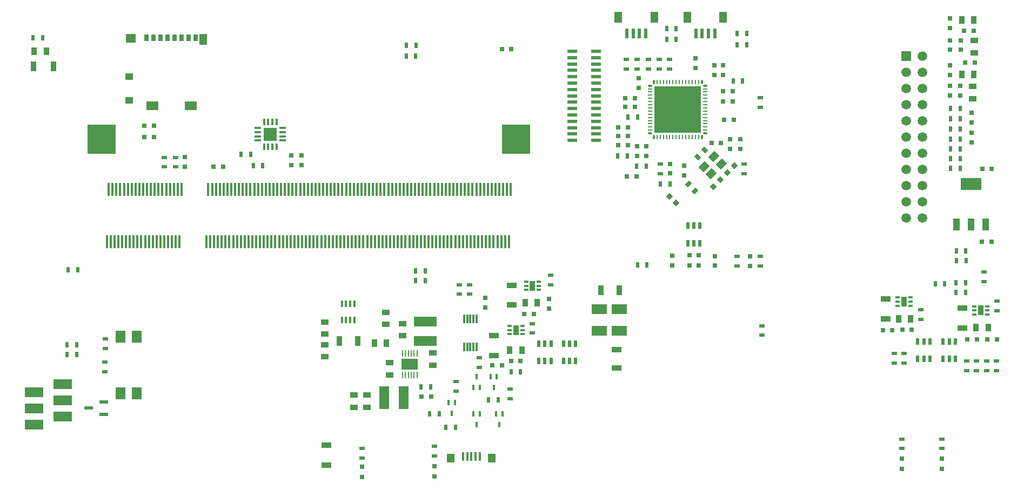
<source format=gtp>
G04*
G04 #@! TF.GenerationSoftware,Altium Limited,Altium Designer,21.2.2 (38)*
G04*
G04 Layer_Color=8421504*
%FSAX25Y25*%
%MOIN*%
G70*
G04*
G04 #@! TF.SameCoordinates,D0FF6B23-36CC-4740-AB7B-40CE6848005B*
G04*
G04*
G04 #@! TF.FilePolarity,Positive*
G04*
G01*
G75*
%ADD24R,0.03543X0.02362*%
%ADD25C,0.05906*%
%ADD26R,0.05906X0.05906*%
%ADD27R,0.04331X0.01181*%
%ADD28R,0.01181X0.04331*%
%ADD29R,0.07874X0.07874*%
%ADD30R,0.02362X0.03543*%
%ADD31R,0.03150X0.03150*%
%ADD32R,0.02362X0.06102*%
%ADD33R,0.04724X0.07087*%
%ADD34R,0.02362X0.03937*%
%ADD35R,0.03150X0.03150*%
G04:AMPARAMS|DCode=36|XSize=11.02mil|YSize=27.17mil|CornerRadius=2.21mil|HoleSize=0mil|Usage=FLASHONLY|Rotation=270.000|XOffset=0mil|YOffset=0mil|HoleType=Round|Shape=RoundedRectangle|*
%AMROUNDEDRECTD36*
21,1,0.01102,0.02276,0,0,270.0*
21,1,0.00661,0.02717,0,0,270.0*
1,1,0.00441,-0.01138,-0.00331*
1,1,0.00441,-0.01138,0.00331*
1,1,0.00441,0.01138,0.00331*
1,1,0.00441,0.01138,-0.00331*
%
%ADD36ROUNDEDRECTD36*%
G04:AMPARAMS|DCode=37|XSize=11.02mil|YSize=27.17mil|CornerRadius=2.21mil|HoleSize=0mil|Usage=FLASHONLY|Rotation=180.000|XOffset=0mil|YOffset=0mil|HoleType=Round|Shape=RoundedRectangle|*
%AMROUNDEDRECTD37*
21,1,0.01102,0.02276,0,0,180.0*
21,1,0.00661,0.02717,0,0,180.0*
1,1,0.00441,-0.00331,0.01138*
1,1,0.00441,0.00331,0.01138*
1,1,0.00441,0.00331,-0.01138*
1,1,0.00441,-0.00331,-0.01138*
%
%ADD37ROUNDEDRECTD37*%
%ADD38R,0.02717X0.01102*%
%ADD39R,0.01102X0.02717*%
%ADD40R,0.28740X0.28740*%
%ADD41R,0.02953X0.01181*%
%ADD42R,0.03268X0.06496*%
%ADD43R,0.03543X0.05118*%
%ADD44R,0.05118X0.03543*%
%ADD45R,0.06299X0.03543*%
%ADD46P,0.04454X4X180.0*%
%ADD47P,0.04454X4X90.0*%
%ADD48R,0.17717X0.18110*%
%ADD49R,0.01378X0.07874*%
%ADD50R,0.06496X0.02362*%
%ADD51R,0.11811X0.05906*%
%ADD52R,0.14173X0.05906*%
%ADD53R,0.01575X0.03347*%
G04:AMPARAMS|DCode=54|XSize=23.62mil|YSize=35.43mil|CornerRadius=0mil|HoleSize=0mil|Usage=FLASHONLY|Rotation=135.000|XOffset=0mil|YOffset=0mil|HoleType=Round|Shape=Rectangle|*
%AMROTATEDRECTD54*
4,1,4,0.02088,0.00418,-0.00418,-0.02088,-0.02088,-0.00418,0.00418,0.02088,0.02088,0.00418,0.0*
%
%ADD54ROTATEDRECTD54*%

G04:AMPARAMS|DCode=55|XSize=23.62mil|YSize=35.43mil|CornerRadius=0mil|HoleSize=0mil|Usage=FLASHONLY|Rotation=45.000|XOffset=0mil|YOffset=0mil|HoleType=Round|Shape=Rectangle|*
%AMROTATEDRECTD55*
4,1,4,0.00418,-0.02088,-0.02088,0.00418,-0.00418,0.02088,0.02088,-0.00418,0.00418,-0.02088,0.0*
%
%ADD55ROTATEDRECTD55*%

%ADD56R,0.00984X0.03937*%
%ADD57R,0.09843X0.06693*%
%ADD58R,0.03937X0.07284*%
%ADD59R,0.12598X0.07284*%
%ADD60R,0.01181X0.05315*%
G04:AMPARAMS|DCode=61|XSize=55.12mil|YSize=43.31mil|CornerRadius=0mil|HoleSize=0mil|Usage=FLASHONLY|Rotation=225.000|XOffset=0mil|YOffset=0mil|HoleType=Round|Shape=Rectangle|*
%AMROTATEDRECTD61*
4,1,4,0.00418,0.03480,0.03480,0.00418,-0.00418,-0.03480,-0.03480,-0.00418,0.00418,0.03480,0.0*
%
%ADD61ROTATEDRECTD61*%

%ADD62R,0.05906X0.14173*%
%ADD63R,0.03543X0.06299*%
%ADD64R,0.07480X0.05315*%
%ADD65R,0.04606X0.07087*%
%ADD66R,0.02953X0.04331*%
%ADD67R,0.06102X0.05315*%
%ADD68R,0.04724X0.03937*%
%ADD69R,0.06299X0.07284*%
%ADD70R,0.05512X0.02362*%
%ADD71R,0.01772X0.04331*%
%ADD72R,0.09646X0.06102*%
%ADD73R,0.04724X0.05512*%
%ADD74R,0.01575X0.05512*%
D24*
X0985626Y0363098D02*
D03*
Y0369004D02*
D03*
X0978894Y0363150D02*
D03*
Y0369055D02*
D03*
X0972142Y0363146D02*
D03*
Y0369051D02*
D03*
X0965421Y0363122D02*
D03*
Y0369027D02*
D03*
X0687207Y0308506D02*
D03*
Y0302600D02*
D03*
X0680419Y0308506D02*
D03*
Y0302600D02*
D03*
X0802498Y0122843D02*
D03*
Y0128748D02*
D03*
X0846998Y0124045D02*
D03*
Y0129951D02*
D03*
X0860248Y0169998D02*
D03*
Y0164093D02*
D03*
X0874658Y0178776D02*
D03*
Y0184681D02*
D03*
X1136665Y0187240D02*
D03*
Y0181335D02*
D03*
X0868555Y0229760D02*
D03*
Y0223854D02*
D03*
X0862453Y0229760D02*
D03*
Y0223854D02*
D03*
X0986469Y0298362D02*
D03*
Y0304268D02*
D03*
X1048083Y0247378D02*
D03*
Y0241472D02*
D03*
X1033614Y0247181D02*
D03*
Y0241276D02*
D03*
X0992157Y0369031D02*
D03*
Y0363126D02*
D03*
X1037945Y0298362D02*
D03*
Y0304268D02*
D03*
X1135248Y0134498D02*
D03*
Y0128593D02*
D03*
X1159998Y0134498D02*
D03*
Y0128593D02*
D03*
X1175346Y0176709D02*
D03*
Y0182614D02*
D03*
X1187551Y0176709D02*
D03*
Y0182614D02*
D03*
X1181449Y0176709D02*
D03*
Y0182614D02*
D03*
X1193653Y0176709D02*
D03*
Y0182614D02*
D03*
X1048969Y0198559D02*
D03*
Y0204465D02*
D03*
X1047984Y0339307D02*
D03*
Y0345213D02*
D03*
X0643850Y0196394D02*
D03*
Y0190488D02*
D03*
X0643653Y0176118D02*
D03*
Y0182024D02*
D03*
X0893752Y0165291D02*
D03*
Y0159386D02*
D03*
X0907433Y0205842D02*
D03*
Y0199937D02*
D03*
X0918653Y0235567D02*
D03*
Y0229661D02*
D03*
X1193850Y0219720D02*
D03*
Y0213815D02*
D03*
X1186075Y0231827D02*
D03*
Y0237732D02*
D03*
X1147098Y0208401D02*
D03*
Y0214307D02*
D03*
X1130563Y0187240D02*
D03*
Y0181335D02*
D03*
D25*
X1147886Y0271118D02*
D03*
X1137886D02*
D03*
X1147886Y0281118D02*
D03*
X1137886D02*
D03*
Y0291118D02*
D03*
X1147886D02*
D03*
Y0301118D02*
D03*
X1137886D02*
D03*
Y0311118D02*
D03*
X1147886D02*
D03*
Y0321118D02*
D03*
X1137886D02*
D03*
Y0331118D02*
D03*
X1147886D02*
D03*
Y0341118D02*
D03*
X1137886D02*
D03*
Y0351118D02*
D03*
X1147886D02*
D03*
X1137886Y0361118D02*
D03*
X1147886D02*
D03*
Y0371118D02*
D03*
D26*
X1137886D02*
D03*
D27*
X0753398Y0318933D02*
D03*
Y0321492D02*
D03*
Y0324051D02*
D03*
Y0326610D02*
D03*
X0738043D02*
D03*
Y0324051D02*
D03*
Y0321492D02*
D03*
Y0318933D02*
D03*
D28*
X0749559Y0330449D02*
D03*
X0747000D02*
D03*
X0744441D02*
D03*
X0741882D02*
D03*
Y0315094D02*
D03*
X0744441D02*
D03*
X0747000D02*
D03*
X0749559D02*
D03*
D29*
X0745720Y0322772D02*
D03*
D30*
X0733713Y0310370D02*
D03*
X0727807D02*
D03*
X0741094Y0303185D02*
D03*
X0735189D02*
D03*
X1033811Y0378087D02*
D03*
X1039717D02*
D03*
X1033713Y0384976D02*
D03*
X1039618D02*
D03*
X0990209Y0381335D02*
D03*
X0996114D02*
D03*
X0990209Y0388126D02*
D03*
X0996114D02*
D03*
X0838795Y0166545D02*
D03*
X0844701D02*
D03*
X0835482Y0371069D02*
D03*
X0829577D02*
D03*
X0835530Y0377569D02*
D03*
X0829624D02*
D03*
X0841390Y0238224D02*
D03*
X0835484D02*
D03*
X0841403Y0232189D02*
D03*
X0835498D02*
D03*
X1155858Y0230252D02*
D03*
X1161764D02*
D03*
X0621114Y0238913D02*
D03*
X0627020D02*
D03*
X0626331Y0192555D02*
D03*
X0620425D02*
D03*
X0620425Y0186551D02*
D03*
X0626331D02*
D03*
X0986370Y0292063D02*
D03*
X0992276D02*
D03*
X0971705Y0302988D02*
D03*
X0977610D02*
D03*
X0972197Y0333205D02*
D03*
X0966291D02*
D03*
X0972197Y0242063D02*
D03*
X0978102D02*
D03*
X0960006Y0309399D02*
D03*
X0965911D02*
D03*
X1031252Y0355744D02*
D03*
X1037158D02*
D03*
X0844045Y0150045D02*
D03*
X0849951D02*
D03*
X0854045Y0141795D02*
D03*
X0859951D02*
D03*
X0599461Y0382417D02*
D03*
X0605366D02*
D03*
X1165504Y0313815D02*
D03*
X1171409D02*
D03*
X1165492Y0319837D02*
D03*
X1171398D02*
D03*
X1165307Y0338618D02*
D03*
X1171213D02*
D03*
X1165492Y0332337D02*
D03*
X1171398D02*
D03*
X1174547Y0224892D02*
D03*
X1168642D02*
D03*
X1168642Y0230892D02*
D03*
X1174547D02*
D03*
X1165405Y0326118D02*
D03*
X1171311D02*
D03*
X1174854Y0244720D02*
D03*
X1168949D02*
D03*
X1168850Y0250724D02*
D03*
X1174756D02*
D03*
X1165492Y0307693D02*
D03*
X1171398D02*
D03*
X1165492Y0301587D02*
D03*
X1171398D02*
D03*
X0880366Y0158795D02*
D03*
X0886272D02*
D03*
X0894244Y0176118D02*
D03*
X0900150D02*
D03*
D31*
X0764913Y0309681D02*
D03*
Y0303776D02*
D03*
X0758713Y0309583D02*
D03*
Y0303677D02*
D03*
X0693161Y0308598D02*
D03*
Y0302693D02*
D03*
X1020130Y0241571D02*
D03*
Y0247476D02*
D03*
X0993752Y0241669D02*
D03*
Y0247575D02*
D03*
X1041587Y0241374D02*
D03*
Y0247280D02*
D03*
X0972984Y0351315D02*
D03*
Y0357220D02*
D03*
X1007905Y0369524D02*
D03*
Y0363618D02*
D03*
X0992228Y0298559D02*
D03*
Y0304465D02*
D03*
X1035681Y0313717D02*
D03*
Y0319622D02*
D03*
X1001134Y0297378D02*
D03*
Y0303283D02*
D03*
X1025150Y0365390D02*
D03*
Y0359484D02*
D03*
X1019650Y0365390D02*
D03*
Y0359484D02*
D03*
X0878201Y0215685D02*
D03*
Y0221590D02*
D03*
X1165110Y0365390D02*
D03*
Y0359484D02*
D03*
X1165043Y0394338D02*
D03*
Y0388433D02*
D03*
X1171311Y0346787D02*
D03*
Y0352693D02*
D03*
X1178224Y0336035D02*
D03*
Y0330130D02*
D03*
X1171606Y0374858D02*
D03*
Y0380764D02*
D03*
X1165110Y0346787D02*
D03*
Y0352693D02*
D03*
X1178173Y0317783D02*
D03*
Y0323689D02*
D03*
X1165043Y0374933D02*
D03*
Y0380839D02*
D03*
X0802498Y0111146D02*
D03*
Y0117445D02*
D03*
X0846998Y0111396D02*
D03*
Y0117695D02*
D03*
X1135248Y0115896D02*
D03*
Y0122195D02*
D03*
X1159998Y0115896D02*
D03*
Y0122195D02*
D03*
X1029480Y0313618D02*
D03*
Y0319524D02*
D03*
X0917768Y0221000D02*
D03*
Y0215094D02*
D03*
D32*
X1008220Y0384927D02*
D03*
X1012158D02*
D03*
X1016094D02*
D03*
X1020032D02*
D03*
X0965602D02*
D03*
X0969539D02*
D03*
X0973476D02*
D03*
X0977413D02*
D03*
D33*
X1025150Y0394868D02*
D03*
X1003102D02*
D03*
X0982532D02*
D03*
X0960484D02*
D03*
D34*
X1010779Y0266276D02*
D03*
X1007039D02*
D03*
X1003299D02*
D03*
Y0255449D02*
D03*
X1007039D02*
D03*
X1010779D02*
D03*
X0915110Y0193441D02*
D03*
Y0182614D02*
D03*
X0918850D02*
D03*
X0911370D02*
D03*
X0918850Y0193441D02*
D03*
X0911370D02*
D03*
X0930366D02*
D03*
X0926626Y0182614D02*
D03*
X0930366D02*
D03*
X0934106D02*
D03*
Y0193441D02*
D03*
X0926626D02*
D03*
X1168260Y0194720D02*
D03*
X1164520D02*
D03*
X1160779D02*
D03*
Y0183894D02*
D03*
X1164520D02*
D03*
X1168260D02*
D03*
X1152610Y0194720D02*
D03*
X1148870D02*
D03*
X1145130D02*
D03*
Y0183894D02*
D03*
X1148870D02*
D03*
X1152610D02*
D03*
D35*
X1010091Y0241571D02*
D03*
X1004185D02*
D03*
X0844951Y0160545D02*
D03*
X0839045D02*
D03*
X0716587Y0302791D02*
D03*
X0710681D02*
D03*
X1184697Y0256433D02*
D03*
X1190602D02*
D03*
X1190799Y0301512D02*
D03*
X1184894D02*
D03*
X0894441Y0375429D02*
D03*
X0888535D02*
D03*
X1004185Y0247870D02*
D03*
X1010091D02*
D03*
X0965799Y0296590D02*
D03*
X0971705D02*
D03*
X0964626Y0339551D02*
D03*
X0970531D02*
D03*
X1031055Y0349248D02*
D03*
X1025150D02*
D03*
X0960376Y0327051D02*
D03*
X0966282D02*
D03*
X0971876Y0315504D02*
D03*
X0977781D02*
D03*
X0971876Y0309276D02*
D03*
X0977781D02*
D03*
X1031055Y0343146D02*
D03*
X1025150D02*
D03*
X1031646Y0331827D02*
D03*
X1025740D02*
D03*
X1023772Y0317260D02*
D03*
X1017866D02*
D03*
X0960376Y0321551D02*
D03*
X0966282D02*
D03*
X0964626Y0345051D02*
D03*
X0970531D02*
D03*
X0894244Y0182516D02*
D03*
X0900150D02*
D03*
X1173732Y0386677D02*
D03*
X1179638D02*
D03*
X1174370Y0366988D02*
D03*
X1180276D02*
D03*
X0960376Y0316051D02*
D03*
X0966282D02*
D03*
X0667965Y0320901D02*
D03*
X0673870D02*
D03*
X0667965Y0327890D02*
D03*
X0673870D02*
D03*
X0888535Y0179957D02*
D03*
X0882630D02*
D03*
X0908319Y0211748D02*
D03*
X0902413D02*
D03*
X1187945Y0196000D02*
D03*
X1193850D02*
D03*
X1181646D02*
D03*
X1175740D02*
D03*
X1123575Y0201807D02*
D03*
X1129480D02*
D03*
X1135583Y0201905D02*
D03*
X1141488D02*
D03*
D36*
X0980110Y0323287D02*
D03*
X1014047D02*
D03*
Y0352815D02*
D03*
X0980110D02*
D03*
D37*
X0982315Y0321083D02*
D03*
X1011843Y0355020D02*
D03*
X0982315D02*
D03*
X1011843Y0321083D02*
D03*
D38*
X1014047Y0325256D02*
D03*
Y0327224D02*
D03*
Y0329193D02*
D03*
Y0331161D02*
D03*
Y0333130D02*
D03*
Y0335098D02*
D03*
Y0337067D02*
D03*
Y0339035D02*
D03*
Y0341004D02*
D03*
Y0342972D02*
D03*
Y0344941D02*
D03*
Y0346909D02*
D03*
Y0348878D02*
D03*
Y0350846D02*
D03*
X0980110D02*
D03*
Y0348878D02*
D03*
Y0346909D02*
D03*
Y0344941D02*
D03*
Y0342972D02*
D03*
Y0341004D02*
D03*
Y0339035D02*
D03*
Y0337067D02*
D03*
Y0335098D02*
D03*
Y0333130D02*
D03*
Y0331161D02*
D03*
Y0329193D02*
D03*
Y0327224D02*
D03*
Y0325256D02*
D03*
D39*
X1009874Y0355020D02*
D03*
X1007905D02*
D03*
X1005937D02*
D03*
X1003969D02*
D03*
X1002000D02*
D03*
X1000031D02*
D03*
X0998063D02*
D03*
X0996094D02*
D03*
X0994126D02*
D03*
X0992157D02*
D03*
X0990189D02*
D03*
X0988220D02*
D03*
X0986252D02*
D03*
X0984283D02*
D03*
Y0321083D02*
D03*
X0986252D02*
D03*
X0988220D02*
D03*
X0990189D02*
D03*
X0992157D02*
D03*
X0994126D02*
D03*
X0996094D02*
D03*
X0998063D02*
D03*
X1000031D02*
D03*
X1002000D02*
D03*
X1003969D02*
D03*
X1005937D02*
D03*
X1007905D02*
D03*
X1009874D02*
D03*
D40*
X0997079Y0338051D02*
D03*
D41*
X0901291Y0199248D02*
D03*
Y0201807D02*
D03*
Y0204366D02*
D03*
X0893496Y0199248D02*
D03*
Y0201807D02*
D03*
Y0204366D02*
D03*
X0911331Y0226610D02*
D03*
Y0229169D02*
D03*
Y0231728D02*
D03*
X0903535Y0226610D02*
D03*
Y0229169D02*
D03*
Y0231728D02*
D03*
X1187906Y0211354D02*
D03*
Y0213913D02*
D03*
Y0216472D02*
D03*
X1180110Y0211354D02*
D03*
Y0213913D02*
D03*
Y0216472D02*
D03*
X1140563Y0216768D02*
D03*
Y0219327D02*
D03*
Y0221886D02*
D03*
X1132768Y0216768D02*
D03*
Y0219327D02*
D03*
Y0221886D02*
D03*
D42*
X0897394Y0201807D02*
D03*
X0907433Y0229169D02*
D03*
X1184008Y0213913D02*
D03*
X1136665Y0219327D02*
D03*
D43*
X0810008Y0193795D02*
D03*
X0817488D02*
D03*
X1179776Y0359799D02*
D03*
X1172295D02*
D03*
X1179677Y0393264D02*
D03*
X1172197D02*
D03*
X0607531Y0374150D02*
D03*
X0600051D02*
D03*
X0900937Y0189406D02*
D03*
X0893457D02*
D03*
X0910386Y0218736D02*
D03*
X0902905D02*
D03*
X1188634Y0203480D02*
D03*
X1181153D02*
D03*
X1140799Y0208697D02*
D03*
X1133319D02*
D03*
D44*
X0805498Y0154055D02*
D03*
Y0161535D02*
D03*
X0797498Y0154055D02*
D03*
Y0161535D02*
D03*
X0827498Y0205785D02*
D03*
Y0198305D02*
D03*
X0845998Y0187535D02*
D03*
Y0180055D02*
D03*
X0819498Y0174055D02*
D03*
Y0181535D02*
D03*
X0816998Y0212785D02*
D03*
Y0205305D02*
D03*
X0779498Y0199305D02*
D03*
Y0206785D02*
D03*
Y0192785D02*
D03*
Y0185305D02*
D03*
X1178890Y0344819D02*
D03*
Y0352299D02*
D03*
X1180169Y0373087D02*
D03*
Y0380567D02*
D03*
D45*
X0780248Y0130648D02*
D03*
Y0118443D02*
D03*
X0883713Y0198264D02*
D03*
Y0186059D02*
D03*
X0894835Y0229465D02*
D03*
Y0217260D02*
D03*
X0959498Y0189754D02*
D03*
Y0178337D02*
D03*
X1172591Y0215291D02*
D03*
Y0203087D02*
D03*
X1125346Y0221000D02*
D03*
Y0208795D02*
D03*
D46*
X0996135Y0280329D02*
D03*
X0991959Y0284505D02*
D03*
D47*
X1019125Y0290369D02*
D03*
X1023300Y0294545D02*
D03*
X1031863Y0303206D02*
D03*
X1027688Y0299030D02*
D03*
D48*
X0641746Y0319648D02*
D03*
X0897258D02*
D03*
D49*
X0644896Y0256262D02*
D03*
X0647258D02*
D03*
X0649620D02*
D03*
X0651982D02*
D03*
X0654344D02*
D03*
X0656707D02*
D03*
X0659069D02*
D03*
X0661431D02*
D03*
X0663793D02*
D03*
X0666155D02*
D03*
X0668518D02*
D03*
X0670880D02*
D03*
X0673242D02*
D03*
X0675604D02*
D03*
X0677966D02*
D03*
X0680329D02*
D03*
X0682691D02*
D03*
X0685053D02*
D03*
X0687415D02*
D03*
X0689778D02*
D03*
X0646077Y0288545D02*
D03*
X0648439D02*
D03*
X0650801D02*
D03*
X0653163D02*
D03*
X0655526D02*
D03*
X0657888D02*
D03*
X0660250D02*
D03*
X0662612D02*
D03*
X0664974D02*
D03*
X0667337D02*
D03*
X0669699D02*
D03*
X0672061D02*
D03*
X0674423D02*
D03*
X0676785D02*
D03*
X0679148D02*
D03*
X0681510D02*
D03*
X0683872D02*
D03*
X0686234D02*
D03*
X0688596D02*
D03*
X0690959D02*
D03*
X0706313Y0256262D02*
D03*
X0708675D02*
D03*
X0711037D02*
D03*
X0713400D02*
D03*
X0715762D02*
D03*
X0718124D02*
D03*
X0720486D02*
D03*
X0722848D02*
D03*
X0725211D02*
D03*
X0727573D02*
D03*
X0729935D02*
D03*
X0732297D02*
D03*
X0734659D02*
D03*
X0737022D02*
D03*
X0739384D02*
D03*
X0741746D02*
D03*
X0744108D02*
D03*
X0746470D02*
D03*
X0748833D02*
D03*
X0751195D02*
D03*
X0753557D02*
D03*
X0755919D02*
D03*
X0758282D02*
D03*
X0760644D02*
D03*
X0763006D02*
D03*
X0765368D02*
D03*
X0767730D02*
D03*
X0770092D02*
D03*
X0772455D02*
D03*
X0774817D02*
D03*
X0777179D02*
D03*
X0779541D02*
D03*
X0781904D02*
D03*
X0784266D02*
D03*
X0786628D02*
D03*
X0788990D02*
D03*
X0791352D02*
D03*
X0793715D02*
D03*
X0796077D02*
D03*
X0798439D02*
D03*
X0800801D02*
D03*
X0803163D02*
D03*
X0805526D02*
D03*
X0807888D02*
D03*
X0810250D02*
D03*
X0812612D02*
D03*
X0814974D02*
D03*
X0817337D02*
D03*
X0819699D02*
D03*
X0822061D02*
D03*
X0824423D02*
D03*
X0826785D02*
D03*
X0829148D02*
D03*
X0836234D02*
D03*
X0838596D02*
D03*
X0840959D02*
D03*
X0843321D02*
D03*
X0850408D02*
D03*
X0857494D02*
D03*
X0859856D02*
D03*
X0862218D02*
D03*
X0864581D02*
D03*
X0866943D02*
D03*
X0869305D02*
D03*
X0871667D02*
D03*
X0874030D02*
D03*
X0876392D02*
D03*
X0878754D02*
D03*
X0881116D02*
D03*
X0883478D02*
D03*
X0885841D02*
D03*
X0888203D02*
D03*
X0890565D02*
D03*
X0892927D02*
D03*
X0707494Y0288545D02*
D03*
X0709856D02*
D03*
X0712219D02*
D03*
X0714581D02*
D03*
X0716943D02*
D03*
X0719305D02*
D03*
X0721667D02*
D03*
X0724029D02*
D03*
X0726392D02*
D03*
X0728754D02*
D03*
X0731116D02*
D03*
X0733478D02*
D03*
X0735841D02*
D03*
X0738203D02*
D03*
X0740565D02*
D03*
X0742927D02*
D03*
X0745289D02*
D03*
X0747651D02*
D03*
X0750014D02*
D03*
X0752376D02*
D03*
X0754738D02*
D03*
X0757100D02*
D03*
X0759463D02*
D03*
X0761825D02*
D03*
X0764187D02*
D03*
X0766549D02*
D03*
X0768911D02*
D03*
X0771274D02*
D03*
X0773636D02*
D03*
X0775998D02*
D03*
X0778360D02*
D03*
X0780722D02*
D03*
X0783085D02*
D03*
X0785447D02*
D03*
X0787809D02*
D03*
X0790171D02*
D03*
X0792533D02*
D03*
X0794896D02*
D03*
X0797258D02*
D03*
X0799620D02*
D03*
X0801982D02*
D03*
X0804344D02*
D03*
X0806707D02*
D03*
X0809069D02*
D03*
X0811431D02*
D03*
X0813793D02*
D03*
X0816156D02*
D03*
X0818518D02*
D03*
X0820880D02*
D03*
X0823242D02*
D03*
X0825604D02*
D03*
X0827966D02*
D03*
X0830329D02*
D03*
X0832691D02*
D03*
X0835053D02*
D03*
X0837415D02*
D03*
X0839777D02*
D03*
X0842140D02*
D03*
X0844502D02*
D03*
X0846864D02*
D03*
X0849226D02*
D03*
X0851589D02*
D03*
X0853951D02*
D03*
X0856313D02*
D03*
X0858675D02*
D03*
X0861037D02*
D03*
X0863400D02*
D03*
X0865762D02*
D03*
X0868124D02*
D03*
X0870486D02*
D03*
X0872848D02*
D03*
X0875211D02*
D03*
X0877573D02*
D03*
X0879935D02*
D03*
X0882297D02*
D03*
X0884659D02*
D03*
X0887022D02*
D03*
X0889384D02*
D03*
X0891746D02*
D03*
X0894108D02*
D03*
X0855132Y0256262D02*
D03*
X0852770D02*
D03*
X0848045D02*
D03*
X0845683D02*
D03*
X0833872D02*
D03*
X0831510D02*
D03*
D50*
X0932039Y0350429D02*
D03*
Y0346492D02*
D03*
Y0318933D02*
D03*
Y0330744D02*
D03*
Y0334681D02*
D03*
Y0338618D02*
D03*
Y0342555D02*
D03*
Y0354366D02*
D03*
Y0358303D02*
D03*
Y0362240D02*
D03*
Y0366177D02*
D03*
Y0370114D02*
D03*
Y0374051D02*
D03*
X0946705D02*
D03*
Y0370114D02*
D03*
Y0366177D02*
D03*
Y0362240D02*
D03*
Y0358303D02*
D03*
Y0354366D02*
D03*
Y0350429D02*
D03*
Y0346492D02*
D03*
Y0342555D02*
D03*
Y0338618D02*
D03*
Y0334681D02*
D03*
Y0330744D02*
D03*
Y0326807D02*
D03*
Y0322870D02*
D03*
Y0318933D02*
D03*
X0932039Y0326807D02*
D03*
Y0322870D02*
D03*
D51*
X0617669Y0148401D02*
D03*
X0599953Y0163401D02*
D03*
Y0153402D02*
D03*
Y0143402D02*
D03*
X0617669Y0168402D02*
D03*
Y0158402D02*
D03*
D52*
X0841248Y0195041D02*
D03*
Y0207049D02*
D03*
D53*
X0871114Y0166374D02*
D03*
X0875051D02*
D03*
X0873083Y0173067D02*
D03*
X0885484Y0173165D02*
D03*
X0881547D02*
D03*
X0883516Y0166472D02*
D03*
X0859717Y0156892D02*
D03*
X0855779D02*
D03*
X0857748Y0150199D02*
D03*
X0888966Y0150142D02*
D03*
X0885030D02*
D03*
X0886998Y0143449D02*
D03*
X0874854Y0150134D02*
D03*
X0870917D02*
D03*
X0872886Y0143441D02*
D03*
D54*
X1007749Y0287810D02*
D03*
X1003574Y0291986D02*
D03*
D55*
X1009381Y0308774D02*
D03*
X1013556Y0312950D02*
D03*
D56*
X0836177Y0187488D02*
D03*
X0834406D02*
D03*
X0832634D02*
D03*
X0830862D02*
D03*
X0827319D02*
D03*
Y0174102D02*
D03*
X0829090Y0187488D02*
D03*
Y0174102D02*
D03*
X0830862D02*
D03*
X0832634D02*
D03*
X0834406D02*
D03*
X0836177D02*
D03*
D57*
X0831748Y0180795D02*
D03*
D58*
X1169047Y0266965D02*
D03*
X1178102D02*
D03*
X1187158D02*
D03*
D59*
X1178102Y0291965D02*
D03*
D60*
X0867177Y0191276D02*
D03*
X0873083Y0208795D02*
D03*
X0871114D02*
D03*
X0865209D02*
D03*
X0873083Y0191276D02*
D03*
X0871114D02*
D03*
X0869146D02*
D03*
Y0208795D02*
D03*
X0867177D02*
D03*
X0865209Y0191276D02*
D03*
D61*
X1017720Y0298289D02*
D03*
X1019390Y0308868D02*
D03*
X1023845Y0304414D02*
D03*
X1013266Y0302744D02*
D03*
D62*
X0828002Y0160045D02*
D03*
X0815994D02*
D03*
D63*
X0611961Y0364602D02*
D03*
X0599756D02*
D03*
X0799707Y0195045D02*
D03*
X0788289D02*
D03*
X0960957Y0226295D02*
D03*
X0949539D02*
D03*
D64*
X0696606Y0340291D02*
D03*
X0672984D02*
D03*
D65*
X0704480Y0381236D02*
D03*
D66*
X0699756Y0382417D02*
D03*
X0695425D02*
D03*
X0691094D02*
D03*
X0686764D02*
D03*
X0682433D02*
D03*
X0678102D02*
D03*
X0673772D02*
D03*
X0669441D02*
D03*
D67*
X0659598Y0382024D02*
D03*
D68*
X0658811Y0358401D02*
D03*
Y0343835D02*
D03*
D69*
X0663319Y0197673D02*
D03*
X0653319D02*
D03*
X0663319Y0162831D02*
D03*
X0653319D02*
D03*
D70*
X0633516Y0153579D02*
D03*
X0642965Y0157319D02*
D03*
Y0149838D02*
D03*
D71*
X0789909Y0207927D02*
D03*
X0792469D02*
D03*
X0795027D02*
D03*
X0797587D02*
D03*
Y0218163D02*
D03*
X0795027D02*
D03*
X0792469D02*
D03*
X0789909D02*
D03*
D72*
X0960949Y0214545D02*
D03*
X0948547D02*
D03*
X0960949Y0201295D02*
D03*
X0948547D02*
D03*
D73*
X0857150Y0122770D02*
D03*
X0882346D02*
D03*
D74*
X0864630Y0123655D02*
D03*
X0872307D02*
D03*
X0874866D02*
D03*
X0869748D02*
D03*
X0867189D02*
D03*
M02*

</source>
